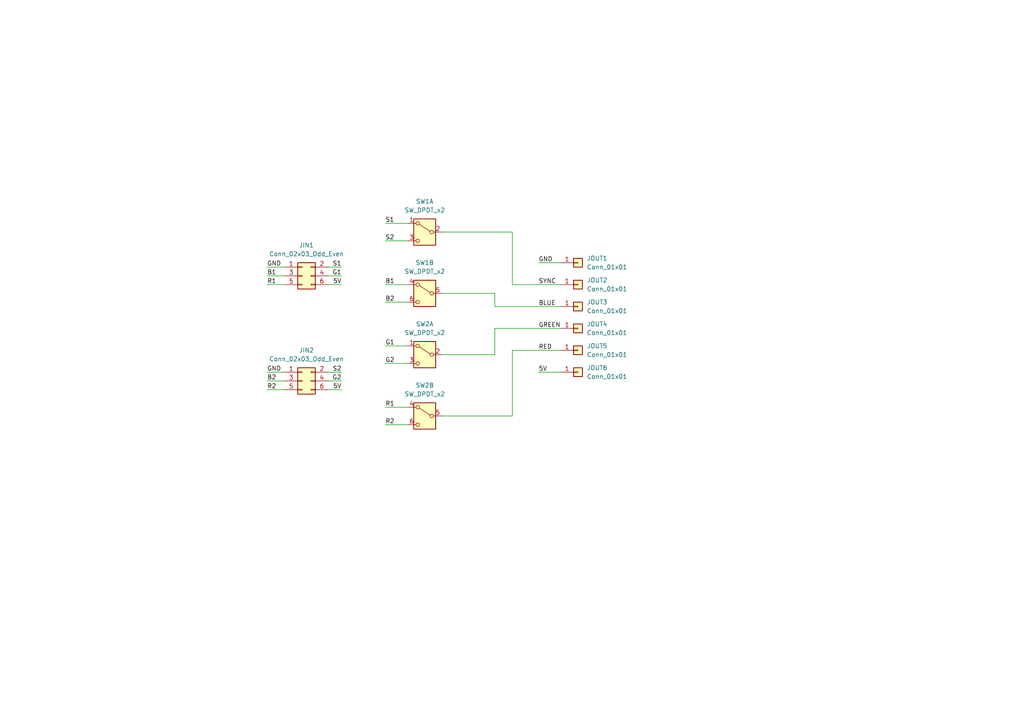
<source format=kicad_sch>
(kicad_sch (version 20231120) (generator "eeschema") (generator_version "8.0")
  (paper "A4")
  (title_block (title "Switch box") (rev "2"))
  (lib_symbols
    (symbol "Connector_Generic:Conn_01x01" (pin_names (offset 1.016) hide)
      (property "Reference" "J" (at 0 2.54 0))
      (property "Value" "Conn_01x01" (at 0 -2.54 0))
      (symbol "Conn_01x01_1_1"
        (rectangle (start -1.27 0.127) (end 0 -0.127) (stroke (width 0.1524)))
        (rectangle (start -1.27 1.27) (end 1.27 -1.27) (stroke (width 0.254)) (fill (type background)))
        (pin passive line (at -5.08 0 0) (length 3.81) (name "Pin_1") (number "1"))
      )
    )
    (symbol "Connector_Generic:Conn_02x03_Odd_Even" (pin_names (offset 1.016) hide)
      (property "Reference" "J" (at 1.27 5.08 0))
      (property "Value" "Conn_02x03_Odd_Even" (at 1.27 -5.08 0))
      (symbol "Conn_02x03_Odd_Even_1_1"
        (rectangle (start -1.27 -2.413) (end 0 -2.667) (stroke (width 0.1524)))
        (rectangle (start -1.27 0.127) (end 0 -0.127) (stroke (width 0.1524)))
        (rectangle (start -1.27 2.667) (end 0 2.413) (stroke (width 0.1524)))
        (rectangle (start -1.27 3.81) (end 3.81 -3.81) (stroke (width 0.254)) (fill (type background)))
        (rectangle (start 3.81 -2.413) (end 2.54 -2.667) (stroke (width 0.1524)))
        (rectangle (start 3.81 0.127) (end 2.54 -0.127) (stroke (width 0.1524)))
        (rectangle (start 3.81 2.667) (end 2.54 2.413) (stroke (width 0.1524)))
        (pin passive line (at -5.08 2.54 0) (length 3.81) (name "Pin_1") (number "1"))
        (pin passive line (at 7.62 2.54 180) (length 3.81) (name "Pin_2") (number "2"))
        (pin passive line (at -5.08 0 0) (length 3.81) (name "Pin_3") (number "3"))
        (pin passive line (at 7.62 0 180) (length 3.81) (name "Pin_4") (number "4"))
        (pin passive line (at -5.08 -2.54 0) (length 3.81) (name "Pin_5") (number "5"))
        (pin passive line (at 7.62 -2.54 180) (length 3.81) (name "Pin_6") (number "6"))
      )
    )
    (symbol "Switch:SW_DPDT_x2" (pin_names (offset 0) hide)
      (property "Reference" "SW" (at 0 5.08 0))
      (property "Value" "SW_DPDT_x2" (at 0 -5.08 0))
      (symbol "SW_DPDT_x2_0_0"
        (circle (center -2.032 0) (radius 0.508))
        (circle (center 2.032 -2.54) (radius 0.508))
      )
      (symbol "SW_DPDT_x2_0_1"
        (rectangle (start -3.175 3.81) (end 3.175 -3.81) (stroke (width 0.254)) (fill (type background)))
        (polyline (pts (xy -1.524 0.254) (xy 1.5748 2.286)))
        (circle (center 2.032 2.54) (radius 0.508))
      )
      (symbol "SW_DPDT_x2_1_1"
        (pin passive line (at 5.08 2.54 180) (length 2.54) (name "A") (number "1"))
        (pin passive line (at -5.08 0 0) (length 2.54) (name "B") (number "2"))
        (pin passive line (at 5.08 -2.54 180) (length 2.54) (name "C") (number "3"))
      )
      (symbol "SW_DPDT_x2_2_1"
        (pin passive line (at 5.08 2.54 180) (length 2.54) (name "A") (number "4"))
        (pin passive line (at -5.08 0 0) (length 2.54) (name "B") (number "5"))
        (pin passive line (at 5.08 -2.54 180) (length 2.54) (name "C") (number "6"))
      )
    )
  )
  (wire (pts (xy 111.76 69.85) (xy 118.11 69.85)))
  (wire (pts (xy 143.51 85.09) (xy 143.51 88.9)))
  (wire (pts (xy 148.59 101.6) (xy 162.56 101.6)))
  (wire (pts (xy 111.76 100.33) (xy 118.11 100.33)))
  (wire (pts (xy 128.27 102.87) (xy 143.51 102.87)))
  (wire (pts (xy 77.47 82.55) (xy 82.55 82.55)))
  (wire (pts (xy 111.76 105.41) (xy 118.11 105.41)))
  (wire (pts (xy 156.21 76.2) (xy 162.56 76.2)))
  (wire (pts (xy 111.76 123.19) (xy 118.11 123.19)))
  (wire (pts (xy 148.59 82.55) (xy 162.56 82.55)))
  (wire (pts (xy 95.25 113.03) (xy 99.06 113.03)))
  (wire (pts (xy 77.47 107.95) (xy 82.55 107.95)))
  (wire (pts (xy 95.25 77.47) (xy 99.06 77.47)))
  (wire (pts (xy 143.51 88.9) (xy 162.56 88.9)))
  (wire (pts (xy 77.47 113.03) (xy 82.55 113.03)))
  (wire (pts (xy 128.27 120.65) (xy 148.59 120.65)))
  (wire (pts (xy 156.21 107.95) (xy 162.56 107.95)))
  (wire (pts (xy 77.47 80.01) (xy 82.55 80.01)))
  (wire (pts (xy 77.47 110.49) (xy 82.55 110.49)))
  (wire (pts (xy 95.25 82.55) (xy 99.06 82.55)))
  (wire (pts (xy 111.76 118.11) (xy 118.11 118.11)))
  (wire (pts (xy 95.25 80.01) (xy 99.06 80.01)))
  (wire (pts (xy 148.59 120.65) (xy 148.59 101.6)))
  (wire (pts (xy 95.25 107.95) (xy 99.06 107.95)))
  (wire (pts (xy 148.59 67.31) (xy 148.59 82.55)))
  (wire (pts (xy 128.27 85.09) (xy 143.51 85.09)))
  (wire (pts (xy 143.51 95.25) (xy 162.56 95.25)))
  (wire (pts (xy 95.25 110.49) (xy 99.06 110.49)))
  (wire (pts (xy 77.47 77.47) (xy 82.55 77.47)))
  (wire (pts (xy 111.76 87.63) (xy 118.11 87.63)))
  (wire (pts (xy 111.76 64.77) (xy 118.11 64.77)))
  (wire (pts (xy 143.51 102.87) (xy 143.51 95.25)))
  (wire (pts (xy 128.27 67.31) (xy 148.59 67.31)))
  (wire (pts (xy 111.76 82.55) (xy 118.11 82.55)))
  (label "R1" (at 77.47 82.55 0))
  (label "G1" (at 99.06 80.01 180))
  (label "G2" (at 99.06 110.49 180))
  (label "S1" (at 111.76 64.77 0))
  (label "S2" (at 111.76 69.85 0))
  (label "B2" (at 77.47 110.49 0))
  (label "RED" (at 156.21 101.6 0))
  (label "5V" (at 99.06 113.03 180))
  (label "BLUE" (at 156.21 88.9 0))
  (label "GND" (at 77.47 77.47 0))
  (label "GREEN" (at 156.21 95.25 0))
  (label "R1" (at 111.76 118.11 0))
  (label "5V" (at 156.21 107.95 0))
  (label "G1" (at 111.76 100.33 0))
  (label "G2" (at 111.76 105.41 0))
  (label "S1" (at 99.06 77.47 180))
  (label "GND" (at 77.47 107.95 0))
  (label "B1" (at 111.76 82.55 0))
  (label "B1" (at 77.47 80.01 0))
  (label "S2" (at 99.06 107.95 180))
  (label "R2" (at 77.47 113.03 0))
  (label "SYNC" (at 156.21 82.55 0))
  (label "B2" (at 111.76 87.63 0))
  (label "5V" (at 99.06 82.55 180))
  (label "R2" (at 111.76 123.19 0))
  (label "GND" (at 156.21 76.2 0))
  (symbol (lib_id "Connector_Generic:Conn_01x01") (at 167.64 76.2 0) (unit 1)
    (property "Reference" "JOUT1" (at 170.18 74.9299 0) (effects (justify left)))
    (property "Value" "Conn_01x01" (at 170.18 77.4699 0) (effects (justify left)))
    (property "Footprint" "Library:TestPoint_Pad_1.5x2.5mm" (effects (hide yes)))
    (property "Description" "Generic connector, single row, 01x01, script generated (kicad-library-utils/schlib/autogen/connector/)" (effects (hide yes)))
  )
  (symbol (lib_id "Connector_Generic:Conn_01x01") (at 167.64 82.55 0) (unit 1)
    (property "Reference" "JOUT2" (at 170.18 81.2799 0) (effects (justify left)))
    (property "Value" "Conn_01x01" (at 170.18 83.8199 0) (effects (justify left)))
    (property "Footprint" "Library:TestPoint_Pad_1.5x2.5mm" (effects (hide yes)))
    (property "Description" "Generic connector, single row, 01x01, script generated (kicad-library-utils/schlib/autogen/connector/)" (effects (hide yes)))
  )
  (symbol (lib_id "Connector_Generic:Conn_01x01") (at 167.64 107.95 0) (unit 1)
    (property "Reference" "JOUT6" (at 170.18 106.6799 0) (effects (justify left)))
    (property "Value" "Conn_01x01" (at 170.18 109.2199 0) (effects (justify left)))
    (property "Footprint" "Library:TestPoint_Pad_1.5x2.5mm" (effects (hide yes)))
    (property "Description" "Generic connector, single row, 01x01, script generated (kicad-library-utils/schlib/autogen/connector/)" (effects (hide yes)))
  )
  (symbol (lib_id "Switch:SW_DPDT_x2") (at 123.19 67.31 0) (mirror y) (unit 1)
    (property "Reference" "SW1" (at 123.19 58.42 0))
    (property "Value" "SW_DPDT_x2" (at 123.19 60.96 0))
    (property "Footprint" "Library:OS202011MS2QN1" (effects (hide yes)))
    (property "Description" "Switch, dual pole double throw, separate symbols" (effects (hide yes)))
  )
  (symbol (lib_id "Connector_Generic:Conn_02x03_Odd_Even") (at 87.63 80.01 0) (unit 1)
    (property "Reference" "JIN1" (at 88.9 71.12 0))
    (property "Value" "Conn_02x03_Odd_Even" (at 88.9 73.66 0))
    (property "Footprint" "Library:IDC_PCB_mount_6" (effects (hide yes)))
    (property "Description" "Generic connector, double row, 02x03, odd/even pin numbering scheme (row 1 odd numbers, row 2 even numbers), script generated (kicad-library-utils/schlib/autogen/connector/)" (effects (hide yes)))
  )
  (symbol (lib_id "Switch:SW_DPDT_x2") (at 123.19 120.65 0) (mirror y) (unit 2)
    (property "Reference" "SW2" (at 123.19 111.76 0))
    (property "Value" "SW_DPDT_x2" (at 123.19 114.3 0))
    (property "Footprint" "Library:OS202011MS2QN1" (effects (hide yes)))
    (property "Description" "Switch, dual pole double throw, separate symbols" (effects (hide yes)))
  )
  (symbol (lib_id "Connector_Generic:Conn_01x01") (at 167.64 95.25 0) (unit 1)
    (property "Reference" "JOUT4" (at 170.18 93.9799 0) (effects (justify left)))
    (property "Value" "Conn_01x01" (at 170.18 96.5199 0) (effects (justify left)))
    (property "Footprint" "Library:TestPoint_Pad_1.5x2.5mm" (effects (hide yes)))
    (property "Description" "Generic connector, single row, 01x01, script generated (kicad-library-utils/schlib/autogen/connector/)" (effects (hide yes)))
  )
  (symbol (lib_id "Connector_Generic:Conn_01x01") (at 167.64 101.6 0) (unit 1)
    (property "Reference" "JOUT5" (at 170.18 100.3299 0) (effects (justify left)))
    (property "Value" "Conn_01x01" (at 170.18 102.8699 0) (effects (justify left)))
    (property "Footprint" "Library:TestPoint_Pad_1.5x2.5mm" (effects (hide yes)))
    (property "Description" "Generic connector, single row, 01x01, script generated (kicad-library-utils/schlib/autogen/connector/)" (effects (hide yes)))
  )
  (symbol (lib_id "Connector_Generic:Conn_01x01") (at 167.64 88.9 0) (unit 1)
    (property "Reference" "JOUT3" (at 170.18 87.6299 0) (effects (justify left)))
    (property "Value" "Conn_01x01" (at 170.18 90.1699 0) (effects (justify left)))
    (property "Footprint" "Library:TestPoint_Pad_1.5x2.5mm" (effects (hide yes)))
    (property "Description" "Generic connector, single row, 01x01, script generated (kicad-library-utils/schlib/autogen/connector/)" (effects (hide yes)))
  )
  (symbol (lib_id "Switch:SW_DPDT_x2") (at 123.19 85.09 0) (mirror y) (unit 2)
    (property "Reference" "SW1" (at 123.19 76.2 0))
    (property "Value" "SW_DPDT_x2" (at 123.19 78.74 0))
    (property "Footprint" "Library:OS202011MS2QN1" (effects (hide yes)))
    (property "Description" "Switch, dual pole double throw, separate symbols" (effects (hide yes)))
  )
  (symbol (lib_id "Switch:SW_DPDT_x2") (at 123.19 102.87 0) (mirror y) (unit 1)
    (property "Reference" "SW2" (at 123.19 93.98 0))
    (property "Value" "SW_DPDT_x2" (at 123.19 96.52 0))
    (property "Footprint" "Library:OS202011MS2QN1" (effects (hide yes)))
    (property "Description" "Switch, dual pole double throw, separate symbols" (effects (hide yes)))
  )
  (symbol (lib_id "Connector_Generic:Conn_02x03_Odd_Even") (at 87.63 110.49 0) (unit 1)
    (property "Reference" "JIN2" (at 88.9 101.6 0))
    (property "Value" "Conn_02x03_Odd_Even" (at 88.9 104.14 0))
    (property "Footprint" "Library:IDC_PCB_mount_6" (effects (hide yes)))
    (property "Description" "Generic connector, double row, 02x03, odd/even pin numbering scheme (row 1 odd numbers, row 2 even numbers), script generated (kicad-library-utils/schlib/autogen/connector/)" (effects (hide yes)))
  )
)
</source>
